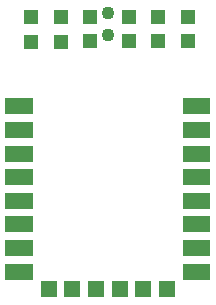
<source format=gbs>
%TF.GenerationSoftware,KiCad,Pcbnew,4.0.6*%
%TF.CreationDate,2017-07-18T22:34:41+03:00*%
%TF.ProjectId,esp12_1button_6leds,65737031325F31627574746F6E5F366C,rev?*%
%TF.FileFunction,Soldermask,Bot*%
%FSLAX46Y46*%
G04 Gerber Fmt 4.6, Leading zero omitted, Abs format (unit mm)*
G04 Created by KiCad (PCBNEW 4.0.6) date 07/18/17 22:34:41*
%MOMM*%
%LPD*%
G01*
G04 APERTURE LIST*
%ADD10C,0.100000*%
%ADD11R,1.400000X1.400000*%
%ADD12R,1.300000X1.200000*%
%ADD13C,1.100000*%
G04 APERTURE END LIST*
D10*
D11*
X-16798900Y-8603600D03*
X-16798900Y-10603600D03*
X-15798900Y-10603600D03*
X-16798900Y-12603600D03*
X-16798900Y-14603600D03*
X-16798900Y-16603600D03*
X-16798900Y-18603600D03*
X-16798900Y-20603600D03*
X-16798900Y-22603600D03*
X-15798900Y-12603600D03*
X-15798900Y-14603600D03*
X-15798900Y-16603600D03*
X-15798900Y-18603600D03*
X-15798900Y-20603600D03*
X-15798900Y-22603600D03*
X-15798900Y-8603600D03*
X-13798900Y-24103600D03*
X-11798900Y-24103600D03*
X-9798900Y-24103600D03*
X-7798900Y-24103600D03*
X-5798900Y-24103600D03*
X-3798900Y-24103600D03*
X-798900Y-22603600D03*
X-798900Y-20603600D03*
X-798900Y-18603600D03*
X-798900Y-16603600D03*
X-798900Y-14603600D03*
X-798900Y-12603600D03*
X-798900Y-10603600D03*
X-798900Y-8603600D03*
X-1798900Y-22603600D03*
X-1798900Y-20603600D03*
X-1798900Y-18603600D03*
X-1798900Y-16603600D03*
X-1798900Y-14603600D03*
X-1798900Y-12603600D03*
X-1798900Y-10603600D03*
X-1798900Y-8603600D03*
D12*
X-15300000Y-1050000D03*
X-15300000Y-3150000D03*
X-12800000Y-1050000D03*
X-12800000Y-3150000D03*
X-10300000Y-1000000D03*
X-10300000Y-3100000D03*
X-7050000Y-1000000D03*
X-7050000Y-3100000D03*
X-4550000Y-1000000D03*
X-4550000Y-3100000D03*
X-2050000Y-1000000D03*
X-2050000Y-3100000D03*
D13*
X-8798900Y-2522200D03*
X-8798900Y-722200D03*
M02*

</source>
